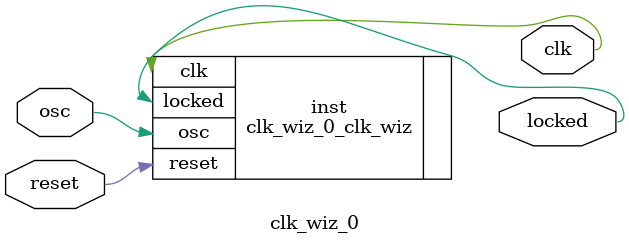
<source format=v>


`timescale 1ps/1ps

(* CORE_GENERATION_INFO = "clk_wiz_0,clk_wiz_v6_0_14_0_0,{component_name=clk_wiz_0,use_phase_alignment=true,use_min_o_jitter=false,use_max_i_jitter=false,use_dyn_phase_shift=false,use_inclk_switchover=false,use_dyn_reconfig=false,enable_axi=0,feedback_source=FDBK_AUTO,PRIMITIVE=PLL,num_out_clk=1,clkin1_period=10.000,clkin2_period=10.000,use_power_down=false,use_reset=true,use_locked=true,use_inclk_stopped=false,feedback_type=SINGLE,CLOCK_MGR_TYPE=NA,manual_override=false}" *)

module clk_wiz_0 
 (
  // Clock out ports
  output        clk,
  // Status and control signals
  input         reset,
  output        locked,
 // Clock in ports
  input         osc
 );

  clk_wiz_0_clk_wiz inst
  (
  // Clock out ports  
  .clk(clk),
  // Status and control signals               
  .reset(reset), 
  .locked(locked),
 // Clock in ports
  .osc(osc)
  );

endmodule

</source>
